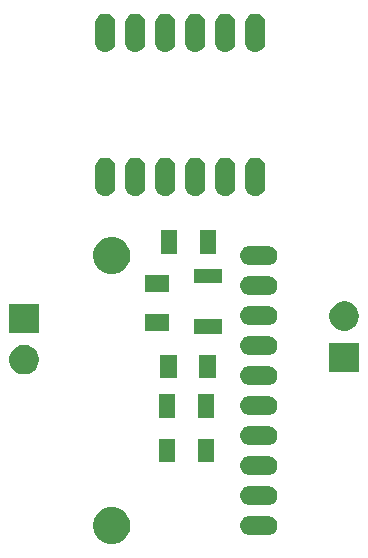
<source format=gbr>
G04 #@! TF.GenerationSoftware,KiCad,Pcbnew,(5.1.5-0-10_14)*
G04 #@! TF.CreationDate,2020-12-02T09:36:47+01:00*
G04 #@! TF.ProjectId,smartcitizen-adc-4-ch,736d6172-7463-4697-9469-7a656e2d6164,rev?*
G04 #@! TF.SameCoordinates,Original*
G04 #@! TF.FileFunction,Soldermask,Bot*
G04 #@! TF.FilePolarity,Negative*
%FSLAX46Y46*%
G04 Gerber Fmt 4.6, Leading zero omitted, Abs format (unit mm)*
G04 Created by KiCad (PCBNEW (5.1.5-0-10_14)) date 2020-12-02 09:36:47*
%MOMM*%
%LPD*%
G04 APERTURE LIST*
%ADD10C,0.100000*%
G04 APERTURE END LIST*
D10*
G36*
X150518867Y-102493663D02*
G01*
X150671011Y-102523926D01*
X150789737Y-102573104D01*
X150957641Y-102642652D01*
X150957642Y-102642653D01*
X151215604Y-102815017D01*
X151434983Y-103034396D01*
X151550153Y-103206761D01*
X151607348Y-103292359D01*
X151676896Y-103460263D01*
X151726074Y-103578989D01*
X151786600Y-103883276D01*
X151786600Y-104193524D01*
X151727178Y-104492263D01*
X151726074Y-104497810D01*
X151607348Y-104784441D01*
X151607347Y-104784442D01*
X151434983Y-105042404D01*
X151215604Y-105261783D01*
X151043239Y-105376953D01*
X150957641Y-105434148D01*
X150789737Y-105503696D01*
X150671011Y-105552874D01*
X150518867Y-105583137D01*
X150366725Y-105613400D01*
X150056475Y-105613400D01*
X149904333Y-105583137D01*
X149752189Y-105552874D01*
X149633463Y-105503696D01*
X149465559Y-105434148D01*
X149379961Y-105376953D01*
X149207596Y-105261783D01*
X148988217Y-105042404D01*
X148815853Y-104784442D01*
X148815852Y-104784441D01*
X148697126Y-104497810D01*
X148696023Y-104492263D01*
X148636600Y-104193524D01*
X148636600Y-103883276D01*
X148697126Y-103578989D01*
X148746304Y-103460263D01*
X148815852Y-103292359D01*
X148873047Y-103206761D01*
X148988217Y-103034396D01*
X149207596Y-102815017D01*
X149465558Y-102642653D01*
X149465559Y-102642652D01*
X149633463Y-102573104D01*
X149752189Y-102523926D01*
X149904333Y-102493663D01*
X150056475Y-102463400D01*
X150366725Y-102463400D01*
X150518867Y-102493663D01*
G37*
G36*
X163503347Y-103229321D02*
G01*
X163582976Y-103237164D01*
X163736227Y-103283652D01*
X163736230Y-103283653D01*
X163877463Y-103359144D01*
X164001259Y-103460741D01*
X164102856Y-103584537D01*
X164178347Y-103725770D01*
X164178348Y-103725773D01*
X164224836Y-103879024D01*
X164240533Y-104038400D01*
X164224836Y-104197776D01*
X164178348Y-104351027D01*
X164178347Y-104351030D01*
X164102856Y-104492263D01*
X164001259Y-104616059D01*
X163877463Y-104717656D01*
X163736230Y-104793147D01*
X163736227Y-104793148D01*
X163582976Y-104839636D01*
X163503347Y-104847479D01*
X163463534Y-104851400D01*
X161859666Y-104851400D01*
X161819853Y-104847479D01*
X161740224Y-104839636D01*
X161586973Y-104793148D01*
X161586970Y-104793147D01*
X161445737Y-104717656D01*
X161321941Y-104616059D01*
X161220344Y-104492263D01*
X161144853Y-104351030D01*
X161144852Y-104351027D01*
X161098364Y-104197776D01*
X161082667Y-104038400D01*
X161098364Y-103879024D01*
X161144852Y-103725773D01*
X161144853Y-103725770D01*
X161220344Y-103584537D01*
X161321941Y-103460741D01*
X161445737Y-103359144D01*
X161586970Y-103283653D01*
X161586973Y-103283652D01*
X161740224Y-103237164D01*
X161819853Y-103229321D01*
X161859666Y-103225400D01*
X163463534Y-103225400D01*
X163503347Y-103229321D01*
G37*
G36*
X163503347Y-100689321D02*
G01*
X163582976Y-100697164D01*
X163736227Y-100743652D01*
X163736230Y-100743653D01*
X163877463Y-100819144D01*
X164001259Y-100920741D01*
X164102856Y-101044537D01*
X164178347Y-101185770D01*
X164178348Y-101185773D01*
X164224836Y-101339024D01*
X164240533Y-101498400D01*
X164224836Y-101657776D01*
X164178348Y-101811027D01*
X164178347Y-101811030D01*
X164102856Y-101952263D01*
X164001259Y-102076059D01*
X163877463Y-102177656D01*
X163736230Y-102253147D01*
X163736227Y-102253148D01*
X163582976Y-102299636D01*
X163503347Y-102307479D01*
X163463534Y-102311400D01*
X161859666Y-102311400D01*
X161819853Y-102307479D01*
X161740224Y-102299636D01*
X161586973Y-102253148D01*
X161586970Y-102253147D01*
X161445737Y-102177656D01*
X161321941Y-102076059D01*
X161220344Y-101952263D01*
X161144853Y-101811030D01*
X161144852Y-101811027D01*
X161098364Y-101657776D01*
X161082667Y-101498400D01*
X161098364Y-101339024D01*
X161144852Y-101185773D01*
X161144853Y-101185770D01*
X161220344Y-101044537D01*
X161321941Y-100920741D01*
X161445737Y-100819144D01*
X161586970Y-100743653D01*
X161586973Y-100743652D01*
X161740224Y-100697164D01*
X161819853Y-100689321D01*
X161859666Y-100685400D01*
X163463534Y-100685400D01*
X163503347Y-100689321D01*
G37*
G36*
X163503347Y-98149321D02*
G01*
X163582976Y-98157164D01*
X163736227Y-98203652D01*
X163736230Y-98203653D01*
X163877463Y-98279144D01*
X164001259Y-98380741D01*
X164102856Y-98504537D01*
X164178347Y-98645770D01*
X164178348Y-98645773D01*
X164224836Y-98799024D01*
X164240533Y-98958400D01*
X164224836Y-99117776D01*
X164178348Y-99271027D01*
X164178347Y-99271030D01*
X164102856Y-99412263D01*
X164001259Y-99536059D01*
X163877463Y-99637656D01*
X163736230Y-99713147D01*
X163736227Y-99713148D01*
X163582976Y-99759636D01*
X163503347Y-99767479D01*
X163463534Y-99771400D01*
X161859666Y-99771400D01*
X161819853Y-99767479D01*
X161740224Y-99759636D01*
X161586973Y-99713148D01*
X161586970Y-99713147D01*
X161445737Y-99637656D01*
X161321941Y-99536059D01*
X161220344Y-99412263D01*
X161144853Y-99271030D01*
X161144852Y-99271027D01*
X161098364Y-99117776D01*
X161082667Y-98958400D01*
X161098364Y-98799024D01*
X161144852Y-98645773D01*
X161144853Y-98645770D01*
X161220344Y-98504537D01*
X161321941Y-98380741D01*
X161445737Y-98279144D01*
X161586970Y-98203653D01*
X161586973Y-98203652D01*
X161740224Y-98157164D01*
X161819853Y-98149321D01*
X161859666Y-98145400D01*
X163463534Y-98145400D01*
X163503347Y-98149321D01*
G37*
G36*
X158902600Y-98691900D02*
G01*
X157530600Y-98691900D01*
X157530600Y-96684900D01*
X158902600Y-96684900D01*
X158902600Y-98691900D01*
G37*
G36*
X155600600Y-98691900D02*
G01*
X154228600Y-98691900D01*
X154228600Y-96684900D01*
X155600600Y-96684900D01*
X155600600Y-98691900D01*
G37*
G36*
X163503347Y-95609321D02*
G01*
X163582976Y-95617164D01*
X163736227Y-95663652D01*
X163736230Y-95663653D01*
X163877463Y-95739144D01*
X164001259Y-95840741D01*
X164102856Y-95964537D01*
X164178347Y-96105770D01*
X164178348Y-96105773D01*
X164224836Y-96259024D01*
X164240533Y-96418400D01*
X164224836Y-96577776D01*
X164192340Y-96684900D01*
X164178347Y-96731030D01*
X164102856Y-96872263D01*
X164001259Y-96996059D01*
X163877463Y-97097656D01*
X163736230Y-97173147D01*
X163736227Y-97173148D01*
X163582976Y-97219636D01*
X163503347Y-97227479D01*
X163463534Y-97231400D01*
X161859666Y-97231400D01*
X161819853Y-97227479D01*
X161740224Y-97219636D01*
X161586973Y-97173148D01*
X161586970Y-97173147D01*
X161445737Y-97097656D01*
X161321941Y-96996059D01*
X161220344Y-96872263D01*
X161144853Y-96731030D01*
X161130860Y-96684900D01*
X161098364Y-96577776D01*
X161082667Y-96418400D01*
X161098364Y-96259024D01*
X161144852Y-96105773D01*
X161144853Y-96105770D01*
X161220344Y-95964537D01*
X161321941Y-95840741D01*
X161445737Y-95739144D01*
X161586970Y-95663653D01*
X161586973Y-95663652D01*
X161740224Y-95617164D01*
X161819853Y-95609321D01*
X161859666Y-95605400D01*
X163463534Y-95605400D01*
X163503347Y-95609321D01*
G37*
G36*
X158877200Y-94932700D02*
G01*
X157505200Y-94932700D01*
X157505200Y-92925700D01*
X158877200Y-92925700D01*
X158877200Y-94932700D01*
G37*
G36*
X155575200Y-94932700D02*
G01*
X154203200Y-94932700D01*
X154203200Y-92925700D01*
X155575200Y-92925700D01*
X155575200Y-94932700D01*
G37*
G36*
X163503347Y-93069321D02*
G01*
X163582976Y-93077164D01*
X163736227Y-93123652D01*
X163736230Y-93123653D01*
X163877463Y-93199144D01*
X164001259Y-93300741D01*
X164102856Y-93424537D01*
X164178347Y-93565770D01*
X164178348Y-93565773D01*
X164224836Y-93719024D01*
X164240533Y-93878400D01*
X164224836Y-94037776D01*
X164178348Y-94191027D01*
X164178347Y-94191030D01*
X164102856Y-94332263D01*
X164001259Y-94456059D01*
X163877463Y-94557656D01*
X163736230Y-94633147D01*
X163736227Y-94633148D01*
X163582976Y-94679636D01*
X163503347Y-94687479D01*
X163463534Y-94691400D01*
X161859666Y-94691400D01*
X161819853Y-94687479D01*
X161740224Y-94679636D01*
X161586973Y-94633148D01*
X161586970Y-94633147D01*
X161445737Y-94557656D01*
X161321941Y-94456059D01*
X161220344Y-94332263D01*
X161144853Y-94191030D01*
X161144852Y-94191027D01*
X161098364Y-94037776D01*
X161082667Y-93878400D01*
X161098364Y-93719024D01*
X161144852Y-93565773D01*
X161144853Y-93565770D01*
X161220344Y-93424537D01*
X161321941Y-93300741D01*
X161445737Y-93199144D01*
X161586970Y-93123653D01*
X161586973Y-93123652D01*
X161740224Y-93077164D01*
X161819853Y-93069321D01*
X161859666Y-93065400D01*
X163463534Y-93065400D01*
X163503347Y-93069321D01*
G37*
G36*
X163503347Y-90529321D02*
G01*
X163582976Y-90537164D01*
X163736227Y-90583652D01*
X163736230Y-90583653D01*
X163877463Y-90659144D01*
X164001259Y-90760741D01*
X164102856Y-90884537D01*
X164178347Y-91025770D01*
X164178348Y-91025773D01*
X164224836Y-91179024D01*
X164240533Y-91338400D01*
X164224836Y-91497776D01*
X164199924Y-91579900D01*
X164178347Y-91651030D01*
X164102856Y-91792263D01*
X164001259Y-91916059D01*
X163877463Y-92017656D01*
X163736230Y-92093147D01*
X163736227Y-92093148D01*
X163582976Y-92139636D01*
X163503347Y-92147479D01*
X163463534Y-92151400D01*
X161859666Y-92151400D01*
X161819853Y-92147479D01*
X161740224Y-92139636D01*
X161586973Y-92093148D01*
X161586970Y-92093147D01*
X161445737Y-92017656D01*
X161321941Y-91916059D01*
X161220344Y-91792263D01*
X161144853Y-91651030D01*
X161123276Y-91579900D01*
X161098364Y-91497776D01*
X161082667Y-91338400D01*
X161098364Y-91179024D01*
X161144852Y-91025773D01*
X161144853Y-91025770D01*
X161220344Y-90884537D01*
X161321941Y-90760741D01*
X161445737Y-90659144D01*
X161586970Y-90583653D01*
X161586973Y-90583652D01*
X161740224Y-90537164D01*
X161819853Y-90529321D01*
X161859666Y-90525400D01*
X163463534Y-90525400D01*
X163503347Y-90529321D01*
G37*
G36*
X159004200Y-91579900D02*
G01*
X157632200Y-91579900D01*
X157632200Y-89572900D01*
X159004200Y-89572900D01*
X159004200Y-91579900D01*
G37*
G36*
X155702200Y-91579900D02*
G01*
X154330200Y-91579900D01*
X154330200Y-89572900D01*
X155702200Y-89572900D01*
X155702200Y-91579900D01*
G37*
G36*
X143164903Y-88797075D02*
G01*
X143392571Y-88891378D01*
X143597466Y-89028285D01*
X143771715Y-89202534D01*
X143887661Y-89376059D01*
X143908623Y-89407431D01*
X144002925Y-89635097D01*
X144051000Y-89876786D01*
X144051000Y-90123214D01*
X144002925Y-90364903D01*
X143912317Y-90583652D01*
X143908622Y-90592571D01*
X143771715Y-90797466D01*
X143597466Y-90971715D01*
X143392571Y-91108622D01*
X143392570Y-91108623D01*
X143392569Y-91108623D01*
X143164903Y-91202925D01*
X142923214Y-91251000D01*
X142676786Y-91251000D01*
X142435097Y-91202925D01*
X142207431Y-91108623D01*
X142207430Y-91108623D01*
X142207429Y-91108622D01*
X142002534Y-90971715D01*
X141828285Y-90797466D01*
X141691378Y-90592571D01*
X141687684Y-90583652D01*
X141597075Y-90364903D01*
X141549000Y-90123214D01*
X141549000Y-89876786D01*
X141597075Y-89635097D01*
X141691377Y-89407431D01*
X141712339Y-89376059D01*
X141828285Y-89202534D01*
X142002534Y-89028285D01*
X142207429Y-88891378D01*
X142435097Y-88797075D01*
X142676786Y-88749000D01*
X142923214Y-88749000D01*
X143164903Y-88797075D01*
G37*
G36*
X171151000Y-91051000D02*
G01*
X168649000Y-91051000D01*
X168649000Y-88549000D01*
X171151000Y-88549000D01*
X171151000Y-91051000D01*
G37*
G36*
X163503347Y-87989321D02*
G01*
X163582976Y-87997164D01*
X163736227Y-88043652D01*
X163736230Y-88043653D01*
X163877463Y-88119144D01*
X164001259Y-88220741D01*
X164102856Y-88344537D01*
X164178347Y-88485770D01*
X164178348Y-88485773D01*
X164224836Y-88639024D01*
X164240533Y-88798400D01*
X164224836Y-88957776D01*
X164203447Y-89028285D01*
X164178347Y-89111030D01*
X164102856Y-89252263D01*
X164001259Y-89376059D01*
X163877463Y-89477656D01*
X163736230Y-89553147D01*
X163736227Y-89553148D01*
X163582976Y-89599636D01*
X163503347Y-89607479D01*
X163463534Y-89611400D01*
X161859666Y-89611400D01*
X161819853Y-89607479D01*
X161740224Y-89599636D01*
X161586973Y-89553148D01*
X161586970Y-89553147D01*
X161445737Y-89477656D01*
X161321941Y-89376059D01*
X161220344Y-89252263D01*
X161144853Y-89111030D01*
X161119753Y-89028285D01*
X161098364Y-88957776D01*
X161082667Y-88798400D01*
X161098364Y-88639024D01*
X161144852Y-88485773D01*
X161144853Y-88485770D01*
X161220344Y-88344537D01*
X161321941Y-88220741D01*
X161445737Y-88119144D01*
X161586970Y-88043653D01*
X161586973Y-88043652D01*
X161740224Y-87997164D01*
X161819853Y-87989321D01*
X161859666Y-87985400D01*
X163463534Y-87985400D01*
X163503347Y-87989321D01*
G37*
G36*
X159570400Y-87790200D02*
G01*
X157218400Y-87790200D01*
X157218400Y-86588200D01*
X159570400Y-86588200D01*
X159570400Y-87790200D01*
G37*
G36*
X144051000Y-87751000D02*
G01*
X141549000Y-87751000D01*
X141549000Y-85249000D01*
X144051000Y-85249000D01*
X144051000Y-87751000D01*
G37*
G36*
X170264903Y-85097075D02*
G01*
X170492571Y-85191378D01*
X170697466Y-85328285D01*
X170871715Y-85502534D01*
X171008622Y-85707429D01*
X171008623Y-85707431D01*
X171102925Y-85935097D01*
X171151000Y-86176786D01*
X171151000Y-86423214D01*
X171102925Y-86664903D01*
X171083308Y-86712264D01*
X171008622Y-86892571D01*
X170871715Y-87097466D01*
X170697466Y-87271715D01*
X170492571Y-87408622D01*
X170492570Y-87408623D01*
X170492569Y-87408623D01*
X170264903Y-87502925D01*
X170023214Y-87551000D01*
X169776786Y-87551000D01*
X169535097Y-87502925D01*
X169307431Y-87408623D01*
X169307430Y-87408623D01*
X169307429Y-87408622D01*
X169102534Y-87271715D01*
X168928285Y-87097466D01*
X168791378Y-86892571D01*
X168716693Y-86712264D01*
X168697075Y-86664903D01*
X168649000Y-86423214D01*
X168649000Y-86176786D01*
X168697075Y-85935097D01*
X168791377Y-85707431D01*
X168791378Y-85707429D01*
X168928285Y-85502534D01*
X169102534Y-85328285D01*
X169307429Y-85191378D01*
X169535097Y-85097075D01*
X169776786Y-85049000D01*
X170023214Y-85049000D01*
X170264903Y-85097075D01*
G37*
G36*
X155079900Y-87528600D02*
G01*
X153072900Y-87528600D01*
X153072900Y-86156600D01*
X155079900Y-86156600D01*
X155079900Y-87528600D01*
G37*
G36*
X163503347Y-85449321D02*
G01*
X163582976Y-85457164D01*
X163732541Y-85502534D01*
X163736230Y-85503653D01*
X163877463Y-85579144D01*
X164001259Y-85680741D01*
X164102856Y-85804537D01*
X164178347Y-85945770D01*
X164178348Y-85945773D01*
X164224836Y-86099024D01*
X164240533Y-86258400D01*
X164224836Y-86417776D01*
X164223186Y-86423214D01*
X164178347Y-86571030D01*
X164102856Y-86712263D01*
X164001259Y-86836059D01*
X163877463Y-86937656D01*
X163736230Y-87013147D01*
X163736227Y-87013148D01*
X163582976Y-87059636D01*
X163503347Y-87067479D01*
X163463534Y-87071400D01*
X161859666Y-87071400D01*
X161819853Y-87067479D01*
X161740224Y-87059636D01*
X161586973Y-87013148D01*
X161586970Y-87013147D01*
X161445737Y-86937656D01*
X161321941Y-86836059D01*
X161220344Y-86712263D01*
X161144853Y-86571030D01*
X161100014Y-86423214D01*
X161098364Y-86417776D01*
X161082667Y-86258400D01*
X161098364Y-86099024D01*
X161144852Y-85945773D01*
X161144853Y-85945770D01*
X161220344Y-85804537D01*
X161321941Y-85680741D01*
X161445737Y-85579144D01*
X161586970Y-85503653D01*
X161590659Y-85502534D01*
X161740224Y-85457164D01*
X161819853Y-85449321D01*
X161859666Y-85445400D01*
X163463534Y-85445400D01*
X163503347Y-85449321D01*
G37*
G36*
X163503347Y-82909321D02*
G01*
X163582976Y-82917164D01*
X163736227Y-82963652D01*
X163736230Y-82963653D01*
X163877463Y-83039144D01*
X164001259Y-83140741D01*
X164102856Y-83264537D01*
X164178347Y-83405770D01*
X164178348Y-83405773D01*
X164224836Y-83559024D01*
X164240533Y-83718400D01*
X164224836Y-83877776D01*
X164178348Y-84031027D01*
X164178347Y-84031030D01*
X164102856Y-84172263D01*
X164001259Y-84296059D01*
X163877463Y-84397656D01*
X163736230Y-84473147D01*
X163736227Y-84473148D01*
X163582976Y-84519636D01*
X163503347Y-84527479D01*
X163463534Y-84531400D01*
X161859666Y-84531400D01*
X161819853Y-84527479D01*
X161740224Y-84519636D01*
X161586973Y-84473148D01*
X161586970Y-84473147D01*
X161445737Y-84397656D01*
X161321941Y-84296059D01*
X161220344Y-84172263D01*
X161144853Y-84031030D01*
X161144852Y-84031027D01*
X161098364Y-83877776D01*
X161082667Y-83718400D01*
X161098364Y-83559024D01*
X161144852Y-83405773D01*
X161144853Y-83405770D01*
X161220344Y-83264537D01*
X161321941Y-83140741D01*
X161445737Y-83039144D01*
X161586970Y-82963653D01*
X161586973Y-82963652D01*
X161740224Y-82917164D01*
X161819853Y-82909321D01*
X161859666Y-82905400D01*
X163463534Y-82905400D01*
X163503347Y-82909321D01*
G37*
G36*
X155079900Y-84226600D02*
G01*
X153072900Y-84226600D01*
X153072900Y-82854600D01*
X155079900Y-82854600D01*
X155079900Y-84226600D01*
G37*
G36*
X159570400Y-83490200D02*
G01*
X157218400Y-83490200D01*
X157218400Y-82288200D01*
X159570400Y-82288200D01*
X159570400Y-83490200D01*
G37*
G36*
X150518867Y-79633663D02*
G01*
X150671011Y-79663926D01*
X150789737Y-79713104D01*
X150957641Y-79782652D01*
X150957642Y-79782653D01*
X151215604Y-79955017D01*
X151434983Y-80174396D01*
X151550153Y-80346761D01*
X151607348Y-80432359D01*
X151676896Y-80600263D01*
X151726074Y-80718989D01*
X151755270Y-80865770D01*
X151784656Y-81013500D01*
X151786600Y-81023276D01*
X151786600Y-81333524D01*
X151727178Y-81632263D01*
X151726074Y-81637810D01*
X151607348Y-81924441D01*
X151607347Y-81924442D01*
X151434983Y-82182404D01*
X151215604Y-82401783D01*
X151043239Y-82516953D01*
X150957641Y-82574148D01*
X150789737Y-82643696D01*
X150671011Y-82692874D01*
X150518867Y-82723137D01*
X150366725Y-82753400D01*
X150056475Y-82753400D01*
X149904333Y-82723137D01*
X149752189Y-82692874D01*
X149633463Y-82643696D01*
X149465559Y-82574148D01*
X149379961Y-82516953D01*
X149207596Y-82401783D01*
X148988217Y-82182404D01*
X148815853Y-81924442D01*
X148815852Y-81924441D01*
X148697126Y-81637810D01*
X148696023Y-81632263D01*
X148636600Y-81333524D01*
X148636600Y-81023276D01*
X148638545Y-81013500D01*
X148667930Y-80865770D01*
X148697126Y-80718989D01*
X148746304Y-80600263D01*
X148815852Y-80432359D01*
X148873047Y-80346761D01*
X148988217Y-80174396D01*
X149207596Y-79955017D01*
X149465558Y-79782653D01*
X149465559Y-79782652D01*
X149633463Y-79713104D01*
X149752189Y-79663926D01*
X150056475Y-79603400D01*
X150366725Y-79603400D01*
X150518867Y-79633663D01*
G37*
G36*
X163503347Y-80369321D02*
G01*
X163582976Y-80377164D01*
X163736227Y-80423652D01*
X163736230Y-80423653D01*
X163877463Y-80499144D01*
X164001259Y-80600741D01*
X164102856Y-80724537D01*
X164178347Y-80865770D01*
X164178348Y-80865773D01*
X164224836Y-81019024D01*
X164240533Y-81178400D01*
X164224836Y-81337776D01*
X164178348Y-81491027D01*
X164178347Y-81491030D01*
X164102856Y-81632263D01*
X164001259Y-81756059D01*
X163877463Y-81857656D01*
X163736230Y-81933147D01*
X163736227Y-81933148D01*
X163582976Y-81979636D01*
X163503347Y-81987479D01*
X163463534Y-81991400D01*
X161859666Y-81991400D01*
X161819853Y-81987479D01*
X161740224Y-81979636D01*
X161586973Y-81933148D01*
X161586970Y-81933147D01*
X161445737Y-81857656D01*
X161321941Y-81756059D01*
X161220344Y-81632263D01*
X161144853Y-81491030D01*
X161144852Y-81491027D01*
X161098364Y-81337776D01*
X161082667Y-81178400D01*
X161098364Y-81019024D01*
X161144852Y-80865773D01*
X161144853Y-80865770D01*
X161220344Y-80724537D01*
X161321941Y-80600741D01*
X161445737Y-80499144D01*
X161586970Y-80423653D01*
X161586973Y-80423652D01*
X161740224Y-80377164D01*
X161819853Y-80369321D01*
X161859666Y-80365400D01*
X163463534Y-80365400D01*
X163503347Y-80369321D01*
G37*
G36*
X159055000Y-81013500D02*
G01*
X157683000Y-81013500D01*
X157683000Y-79006500D01*
X159055000Y-79006500D01*
X159055000Y-81013500D01*
G37*
G36*
X155753000Y-81013500D02*
G01*
X154381000Y-81013500D01*
X154381000Y-79006500D01*
X155753000Y-79006500D01*
X155753000Y-81013500D01*
G37*
G36*
X149826095Y-72910496D02*
G01*
X149988884Y-72959878D01*
X149988887Y-72959879D01*
X150138907Y-73040066D01*
X150138908Y-73040067D01*
X150138912Y-73040069D01*
X150270412Y-73147988D01*
X150378331Y-73279488D01*
X150378333Y-73279492D01*
X150378334Y-73279493D01*
X150458521Y-73429513D01*
X150458522Y-73429516D01*
X150507904Y-73592305D01*
X150520400Y-73719180D01*
X150520400Y-75328020D01*
X150507904Y-75454895D01*
X150458522Y-75617683D01*
X150458521Y-75617687D01*
X150378334Y-75767707D01*
X150378331Y-75767712D01*
X150270412Y-75899212D01*
X150138911Y-76007131D01*
X150138907Y-76007134D01*
X149988887Y-76087321D01*
X149946526Y-76100171D01*
X149826094Y-76136704D01*
X149656800Y-76153378D01*
X149487505Y-76136704D01*
X149324716Y-76087322D01*
X149324713Y-76087321D01*
X149174693Y-76007134D01*
X149174692Y-76007133D01*
X149174688Y-76007131D01*
X149043188Y-75899212D01*
X148935269Y-75767711D01*
X148935268Y-75767710D01*
X148935266Y-75767707D01*
X148855079Y-75617687D01*
X148842229Y-75575326D01*
X148805696Y-75454894D01*
X148793200Y-75328019D01*
X148793201Y-73719180D01*
X148805697Y-73592305D01*
X148855079Y-73429516D01*
X148855080Y-73429513D01*
X148935267Y-73279493D01*
X148935268Y-73279492D01*
X148935270Y-73279488D01*
X149043189Y-73147988D01*
X149174689Y-73040069D01*
X149174693Y-73040067D01*
X149174694Y-73040066D01*
X149324714Y-72959879D01*
X149324717Y-72959878D01*
X149487506Y-72910496D01*
X149656800Y-72893822D01*
X149826095Y-72910496D01*
G37*
G36*
X152366095Y-72910496D02*
G01*
X152528884Y-72959878D01*
X152528887Y-72959879D01*
X152678907Y-73040066D01*
X152678908Y-73040067D01*
X152678912Y-73040069D01*
X152810412Y-73147988D01*
X152918331Y-73279488D01*
X152918333Y-73279492D01*
X152918334Y-73279493D01*
X152998521Y-73429513D01*
X152998522Y-73429516D01*
X153047904Y-73592305D01*
X153060400Y-73719180D01*
X153060400Y-75328020D01*
X153047904Y-75454895D01*
X152998522Y-75617683D01*
X152998521Y-75617687D01*
X152918334Y-75767707D01*
X152918331Y-75767712D01*
X152810412Y-75899212D01*
X152678911Y-76007131D01*
X152678907Y-76007134D01*
X152528887Y-76087321D01*
X152486526Y-76100171D01*
X152366094Y-76136704D01*
X152196800Y-76153378D01*
X152027505Y-76136704D01*
X151864716Y-76087322D01*
X151864713Y-76087321D01*
X151714693Y-76007134D01*
X151714692Y-76007133D01*
X151714688Y-76007131D01*
X151583188Y-75899212D01*
X151475269Y-75767711D01*
X151475268Y-75767710D01*
X151475266Y-75767707D01*
X151395079Y-75617687D01*
X151382229Y-75575326D01*
X151345696Y-75454894D01*
X151333200Y-75328019D01*
X151333201Y-73719180D01*
X151345697Y-73592305D01*
X151395079Y-73429516D01*
X151395080Y-73429513D01*
X151475267Y-73279493D01*
X151475268Y-73279492D01*
X151475270Y-73279488D01*
X151583189Y-73147988D01*
X151714689Y-73040069D01*
X151714693Y-73040067D01*
X151714694Y-73040066D01*
X151864714Y-72959879D01*
X151864717Y-72959878D01*
X152027506Y-72910496D01*
X152196800Y-72893822D01*
X152366095Y-72910496D01*
G37*
G36*
X154906095Y-72910496D02*
G01*
X155068884Y-72959878D01*
X155068887Y-72959879D01*
X155218907Y-73040066D01*
X155218908Y-73040067D01*
X155218912Y-73040069D01*
X155350412Y-73147988D01*
X155458331Y-73279488D01*
X155458333Y-73279492D01*
X155458334Y-73279493D01*
X155538521Y-73429513D01*
X155538522Y-73429516D01*
X155587904Y-73592305D01*
X155600400Y-73719180D01*
X155600400Y-75328020D01*
X155587904Y-75454895D01*
X155538522Y-75617683D01*
X155538521Y-75617687D01*
X155458334Y-75767707D01*
X155458331Y-75767712D01*
X155350412Y-75899212D01*
X155218911Y-76007131D01*
X155218907Y-76007134D01*
X155068887Y-76087321D01*
X155026526Y-76100171D01*
X154906094Y-76136704D01*
X154736800Y-76153378D01*
X154567505Y-76136704D01*
X154404716Y-76087322D01*
X154404713Y-76087321D01*
X154254693Y-76007134D01*
X154254692Y-76007133D01*
X154254688Y-76007131D01*
X154123188Y-75899212D01*
X154015269Y-75767711D01*
X154015268Y-75767710D01*
X154015266Y-75767707D01*
X153935079Y-75617687D01*
X153922229Y-75575326D01*
X153885696Y-75454894D01*
X153873200Y-75328019D01*
X153873201Y-73719180D01*
X153885697Y-73592305D01*
X153935079Y-73429516D01*
X153935080Y-73429513D01*
X154015267Y-73279493D01*
X154015268Y-73279492D01*
X154015270Y-73279488D01*
X154123189Y-73147988D01*
X154254689Y-73040069D01*
X154254693Y-73040067D01*
X154254694Y-73040066D01*
X154404714Y-72959879D01*
X154404717Y-72959878D01*
X154567506Y-72910496D01*
X154736800Y-72893822D01*
X154906095Y-72910496D01*
G37*
G36*
X157446095Y-72910496D02*
G01*
X157608884Y-72959878D01*
X157608887Y-72959879D01*
X157758907Y-73040066D01*
X157758908Y-73040067D01*
X157758912Y-73040069D01*
X157890412Y-73147988D01*
X157998331Y-73279488D01*
X157998333Y-73279492D01*
X157998334Y-73279493D01*
X158078521Y-73429513D01*
X158078522Y-73429516D01*
X158127904Y-73592305D01*
X158140400Y-73719180D01*
X158140400Y-75328020D01*
X158127904Y-75454895D01*
X158078522Y-75617683D01*
X158078521Y-75617687D01*
X157998334Y-75767707D01*
X157998331Y-75767712D01*
X157890412Y-75899212D01*
X157758911Y-76007131D01*
X157758907Y-76007134D01*
X157608887Y-76087321D01*
X157566526Y-76100171D01*
X157446094Y-76136704D01*
X157276800Y-76153378D01*
X157107505Y-76136704D01*
X156944716Y-76087322D01*
X156944713Y-76087321D01*
X156794693Y-76007134D01*
X156794692Y-76007133D01*
X156794688Y-76007131D01*
X156663188Y-75899212D01*
X156555269Y-75767711D01*
X156555268Y-75767710D01*
X156555266Y-75767707D01*
X156475079Y-75617687D01*
X156462229Y-75575326D01*
X156425696Y-75454894D01*
X156413200Y-75328019D01*
X156413201Y-73719180D01*
X156425697Y-73592305D01*
X156475079Y-73429516D01*
X156475080Y-73429513D01*
X156555267Y-73279493D01*
X156555268Y-73279492D01*
X156555270Y-73279488D01*
X156663189Y-73147988D01*
X156794689Y-73040069D01*
X156794693Y-73040067D01*
X156794694Y-73040066D01*
X156944714Y-72959879D01*
X156944717Y-72959878D01*
X157107506Y-72910496D01*
X157276800Y-72893822D01*
X157446095Y-72910496D01*
G37*
G36*
X159986095Y-72910496D02*
G01*
X160148884Y-72959878D01*
X160148887Y-72959879D01*
X160298907Y-73040066D01*
X160298908Y-73040067D01*
X160298912Y-73040069D01*
X160430412Y-73147988D01*
X160538331Y-73279488D01*
X160538333Y-73279492D01*
X160538334Y-73279493D01*
X160618521Y-73429513D01*
X160618522Y-73429516D01*
X160667904Y-73592305D01*
X160680400Y-73719180D01*
X160680400Y-75328020D01*
X160667904Y-75454895D01*
X160618522Y-75617683D01*
X160618521Y-75617687D01*
X160538334Y-75767707D01*
X160538331Y-75767712D01*
X160430412Y-75899212D01*
X160298911Y-76007131D01*
X160298907Y-76007134D01*
X160148887Y-76087321D01*
X160106526Y-76100171D01*
X159986094Y-76136704D01*
X159816800Y-76153378D01*
X159647505Y-76136704D01*
X159484716Y-76087322D01*
X159484713Y-76087321D01*
X159334693Y-76007134D01*
X159334692Y-76007133D01*
X159334688Y-76007131D01*
X159203188Y-75899212D01*
X159095269Y-75767711D01*
X159095268Y-75767710D01*
X159095266Y-75767707D01*
X159015079Y-75617687D01*
X159002229Y-75575326D01*
X158965696Y-75454894D01*
X158953200Y-75328019D01*
X158953201Y-73719180D01*
X158965697Y-73592305D01*
X159015079Y-73429516D01*
X159015080Y-73429513D01*
X159095267Y-73279493D01*
X159095268Y-73279492D01*
X159095270Y-73279488D01*
X159203189Y-73147988D01*
X159334689Y-73040069D01*
X159334693Y-73040067D01*
X159334694Y-73040066D01*
X159484714Y-72959879D01*
X159484717Y-72959878D01*
X159647506Y-72910496D01*
X159816800Y-72893822D01*
X159986095Y-72910496D01*
G37*
G36*
X162526095Y-72910496D02*
G01*
X162688884Y-72959878D01*
X162688887Y-72959879D01*
X162838907Y-73040066D01*
X162838908Y-73040067D01*
X162838912Y-73040069D01*
X162970412Y-73147988D01*
X163078331Y-73279488D01*
X163078333Y-73279492D01*
X163078334Y-73279493D01*
X163158521Y-73429513D01*
X163158522Y-73429516D01*
X163207904Y-73592305D01*
X163220400Y-73719180D01*
X163220400Y-75328020D01*
X163207904Y-75454895D01*
X163158522Y-75617683D01*
X163158521Y-75617687D01*
X163078334Y-75767707D01*
X163078331Y-75767712D01*
X162970412Y-75899212D01*
X162838911Y-76007131D01*
X162838907Y-76007134D01*
X162688887Y-76087321D01*
X162646526Y-76100171D01*
X162526094Y-76136704D01*
X162356800Y-76153378D01*
X162187505Y-76136704D01*
X162024716Y-76087322D01*
X162024713Y-76087321D01*
X161874693Y-76007134D01*
X161874692Y-76007133D01*
X161874688Y-76007131D01*
X161743188Y-75899212D01*
X161635269Y-75767711D01*
X161635268Y-75767710D01*
X161635266Y-75767707D01*
X161555079Y-75617687D01*
X161542229Y-75575326D01*
X161505696Y-75454894D01*
X161493200Y-75328019D01*
X161493201Y-73719180D01*
X161505697Y-73592305D01*
X161555079Y-73429516D01*
X161555080Y-73429513D01*
X161635267Y-73279493D01*
X161635268Y-73279492D01*
X161635270Y-73279488D01*
X161743189Y-73147988D01*
X161874689Y-73040069D01*
X161874693Y-73040067D01*
X161874694Y-73040066D01*
X162024714Y-72959879D01*
X162024717Y-72959878D01*
X162187506Y-72910496D01*
X162356800Y-72893822D01*
X162526095Y-72910496D01*
G37*
G36*
X149826094Y-60716896D02*
G01*
X149946526Y-60753429D01*
X149988887Y-60766279D01*
X150138907Y-60846466D01*
X150138910Y-60846468D01*
X150138911Y-60846469D01*
X150270412Y-60954388D01*
X150378331Y-61085888D01*
X150378333Y-61085892D01*
X150378334Y-61085893D01*
X150458521Y-61235913D01*
X150458522Y-61235916D01*
X150507904Y-61398705D01*
X150520400Y-61525580D01*
X150520400Y-63134420D01*
X150507904Y-63261295D01*
X150458522Y-63424084D01*
X150458521Y-63424087D01*
X150378334Y-63574107D01*
X150378331Y-63574112D01*
X150270412Y-63705612D01*
X150138912Y-63813531D01*
X150138908Y-63813533D01*
X150138907Y-63813534D01*
X149988887Y-63893721D01*
X149988884Y-63893722D01*
X149826095Y-63943104D01*
X149656800Y-63959778D01*
X149487506Y-63943104D01*
X149324717Y-63893722D01*
X149324714Y-63893721D01*
X149174694Y-63813534D01*
X149174693Y-63813533D01*
X149174689Y-63813531D01*
X149043189Y-63705612D01*
X148935270Y-63574112D01*
X148935267Y-63574107D01*
X148855080Y-63424087D01*
X148855079Y-63424084D01*
X148805697Y-63261295D01*
X148793201Y-63134420D01*
X148793200Y-61525581D01*
X148805696Y-61398706D01*
X148855078Y-61235917D01*
X148855079Y-61235913D01*
X148935266Y-61085893D01*
X148935270Y-61085888D01*
X149043188Y-60954388D01*
X149174688Y-60846469D01*
X149174692Y-60846467D01*
X149174693Y-60846466D01*
X149324713Y-60766279D01*
X149324716Y-60766278D01*
X149487505Y-60716896D01*
X149656800Y-60700222D01*
X149826094Y-60716896D01*
G37*
G36*
X152366094Y-60716896D02*
G01*
X152486526Y-60753429D01*
X152528887Y-60766279D01*
X152678907Y-60846466D01*
X152678910Y-60846468D01*
X152678911Y-60846469D01*
X152810412Y-60954388D01*
X152918331Y-61085888D01*
X152918333Y-61085892D01*
X152918334Y-61085893D01*
X152998521Y-61235913D01*
X152998522Y-61235916D01*
X153047904Y-61398705D01*
X153060400Y-61525580D01*
X153060400Y-63134420D01*
X153047904Y-63261295D01*
X152998522Y-63424084D01*
X152998521Y-63424087D01*
X152918334Y-63574107D01*
X152918331Y-63574112D01*
X152810412Y-63705612D01*
X152678912Y-63813531D01*
X152678908Y-63813533D01*
X152678907Y-63813534D01*
X152528887Y-63893721D01*
X152528884Y-63893722D01*
X152366095Y-63943104D01*
X152196800Y-63959778D01*
X152027506Y-63943104D01*
X151864717Y-63893722D01*
X151864714Y-63893721D01*
X151714694Y-63813534D01*
X151714693Y-63813533D01*
X151714689Y-63813531D01*
X151583189Y-63705612D01*
X151475270Y-63574112D01*
X151475267Y-63574107D01*
X151395080Y-63424087D01*
X151395079Y-63424084D01*
X151345697Y-63261295D01*
X151333201Y-63134420D01*
X151333200Y-61525581D01*
X151345696Y-61398706D01*
X151395078Y-61235917D01*
X151395079Y-61235913D01*
X151475266Y-61085893D01*
X151475270Y-61085888D01*
X151583188Y-60954388D01*
X151714688Y-60846469D01*
X151714692Y-60846467D01*
X151714693Y-60846466D01*
X151864713Y-60766279D01*
X151864716Y-60766278D01*
X152027505Y-60716896D01*
X152196800Y-60700222D01*
X152366094Y-60716896D01*
G37*
G36*
X154906094Y-60716896D02*
G01*
X155026526Y-60753429D01*
X155068887Y-60766279D01*
X155218907Y-60846466D01*
X155218910Y-60846468D01*
X155218911Y-60846469D01*
X155350412Y-60954388D01*
X155458331Y-61085888D01*
X155458333Y-61085892D01*
X155458334Y-61085893D01*
X155538521Y-61235913D01*
X155538522Y-61235916D01*
X155587904Y-61398705D01*
X155600400Y-61525580D01*
X155600400Y-63134420D01*
X155587904Y-63261295D01*
X155538522Y-63424084D01*
X155538521Y-63424087D01*
X155458334Y-63574107D01*
X155458331Y-63574112D01*
X155350412Y-63705612D01*
X155218912Y-63813531D01*
X155218908Y-63813533D01*
X155218907Y-63813534D01*
X155068887Y-63893721D01*
X155068884Y-63893722D01*
X154906095Y-63943104D01*
X154736800Y-63959778D01*
X154567506Y-63943104D01*
X154404717Y-63893722D01*
X154404714Y-63893721D01*
X154254694Y-63813534D01*
X154254693Y-63813533D01*
X154254689Y-63813531D01*
X154123189Y-63705612D01*
X154015270Y-63574112D01*
X154015267Y-63574107D01*
X153935080Y-63424087D01*
X153935079Y-63424084D01*
X153885697Y-63261295D01*
X153873201Y-63134420D01*
X153873200Y-61525581D01*
X153885696Y-61398706D01*
X153935078Y-61235917D01*
X153935079Y-61235913D01*
X154015266Y-61085893D01*
X154015270Y-61085888D01*
X154123188Y-60954388D01*
X154254688Y-60846469D01*
X154254692Y-60846467D01*
X154254693Y-60846466D01*
X154404713Y-60766279D01*
X154404716Y-60766278D01*
X154567505Y-60716896D01*
X154736800Y-60700222D01*
X154906094Y-60716896D01*
G37*
G36*
X159986094Y-60716896D02*
G01*
X160106526Y-60753429D01*
X160148887Y-60766279D01*
X160298907Y-60846466D01*
X160298910Y-60846468D01*
X160298911Y-60846469D01*
X160430412Y-60954388D01*
X160538331Y-61085888D01*
X160538333Y-61085892D01*
X160538334Y-61085893D01*
X160618521Y-61235913D01*
X160618522Y-61235916D01*
X160667904Y-61398705D01*
X160680400Y-61525580D01*
X160680400Y-63134420D01*
X160667904Y-63261295D01*
X160618522Y-63424084D01*
X160618521Y-63424087D01*
X160538334Y-63574107D01*
X160538331Y-63574112D01*
X160430412Y-63705612D01*
X160298912Y-63813531D01*
X160298908Y-63813533D01*
X160298907Y-63813534D01*
X160148887Y-63893721D01*
X160148884Y-63893722D01*
X159986095Y-63943104D01*
X159816800Y-63959778D01*
X159647506Y-63943104D01*
X159484717Y-63893722D01*
X159484714Y-63893721D01*
X159334694Y-63813534D01*
X159334693Y-63813533D01*
X159334689Y-63813531D01*
X159203189Y-63705612D01*
X159095270Y-63574112D01*
X159095267Y-63574107D01*
X159015080Y-63424087D01*
X159015079Y-63424084D01*
X158965697Y-63261295D01*
X158953201Y-63134420D01*
X158953200Y-61525581D01*
X158965696Y-61398706D01*
X159015078Y-61235917D01*
X159015079Y-61235913D01*
X159095266Y-61085893D01*
X159095270Y-61085888D01*
X159203188Y-60954388D01*
X159334688Y-60846469D01*
X159334692Y-60846467D01*
X159334693Y-60846466D01*
X159484713Y-60766279D01*
X159484716Y-60766278D01*
X159647505Y-60716896D01*
X159816800Y-60700222D01*
X159986094Y-60716896D01*
G37*
G36*
X157446094Y-60716896D02*
G01*
X157566526Y-60753429D01*
X157608887Y-60766279D01*
X157758907Y-60846466D01*
X157758910Y-60846468D01*
X157758911Y-60846469D01*
X157890412Y-60954388D01*
X157998331Y-61085888D01*
X157998333Y-61085892D01*
X157998334Y-61085893D01*
X158078521Y-61235913D01*
X158078522Y-61235916D01*
X158127904Y-61398705D01*
X158140400Y-61525580D01*
X158140400Y-63134420D01*
X158127904Y-63261295D01*
X158078522Y-63424084D01*
X158078521Y-63424087D01*
X157998334Y-63574107D01*
X157998331Y-63574112D01*
X157890412Y-63705612D01*
X157758912Y-63813531D01*
X157758908Y-63813533D01*
X157758907Y-63813534D01*
X157608887Y-63893721D01*
X157608884Y-63893722D01*
X157446095Y-63943104D01*
X157276800Y-63959778D01*
X157107506Y-63943104D01*
X156944717Y-63893722D01*
X156944714Y-63893721D01*
X156794694Y-63813534D01*
X156794693Y-63813533D01*
X156794689Y-63813531D01*
X156663189Y-63705612D01*
X156555270Y-63574112D01*
X156555267Y-63574107D01*
X156475080Y-63424087D01*
X156475079Y-63424084D01*
X156425697Y-63261295D01*
X156413201Y-63134420D01*
X156413200Y-61525581D01*
X156425696Y-61398706D01*
X156475078Y-61235917D01*
X156475079Y-61235913D01*
X156555266Y-61085893D01*
X156555270Y-61085888D01*
X156663188Y-60954388D01*
X156794688Y-60846469D01*
X156794692Y-60846467D01*
X156794693Y-60846466D01*
X156944713Y-60766279D01*
X156944716Y-60766278D01*
X157107505Y-60716896D01*
X157276800Y-60700222D01*
X157446094Y-60716896D01*
G37*
G36*
X162526094Y-60716896D02*
G01*
X162646526Y-60753429D01*
X162688887Y-60766279D01*
X162838907Y-60846466D01*
X162838910Y-60846468D01*
X162838911Y-60846469D01*
X162970412Y-60954388D01*
X163078331Y-61085888D01*
X163078333Y-61085892D01*
X163078334Y-61085893D01*
X163158521Y-61235913D01*
X163158522Y-61235916D01*
X163207904Y-61398705D01*
X163220400Y-61525580D01*
X163220400Y-63134420D01*
X163207904Y-63261295D01*
X163158522Y-63424084D01*
X163158521Y-63424087D01*
X163078334Y-63574107D01*
X163078331Y-63574112D01*
X162970412Y-63705612D01*
X162838912Y-63813531D01*
X162838908Y-63813533D01*
X162838907Y-63813534D01*
X162688887Y-63893721D01*
X162688884Y-63893722D01*
X162526095Y-63943104D01*
X162356800Y-63959778D01*
X162187506Y-63943104D01*
X162024717Y-63893722D01*
X162024714Y-63893721D01*
X161874694Y-63813534D01*
X161874693Y-63813533D01*
X161874689Y-63813531D01*
X161743189Y-63705612D01*
X161635270Y-63574112D01*
X161635267Y-63574107D01*
X161555080Y-63424087D01*
X161555079Y-63424084D01*
X161505697Y-63261295D01*
X161493201Y-63134420D01*
X161493200Y-61525581D01*
X161505696Y-61398706D01*
X161555078Y-61235917D01*
X161555079Y-61235913D01*
X161635266Y-61085893D01*
X161635270Y-61085888D01*
X161743188Y-60954388D01*
X161874688Y-60846469D01*
X161874692Y-60846467D01*
X161874693Y-60846466D01*
X162024713Y-60766279D01*
X162024716Y-60766278D01*
X162187505Y-60716896D01*
X162356800Y-60700222D01*
X162526094Y-60716896D01*
G37*
M02*

</source>
